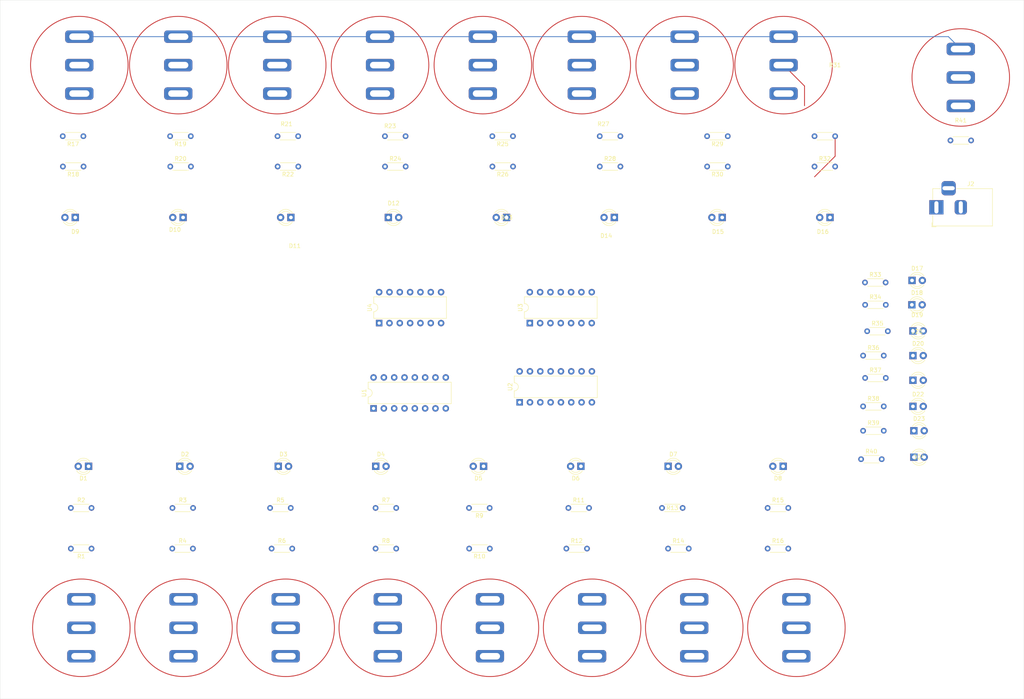
<source format=kicad_pcb>
(kicad_pcb (version 20241229) (generator "pcbnew") (generator_version "9.0")
  (layers (0 "F.Cu" signal) (2 "B.Cu" signal) (13 "F.Paste" user) (15 "B.Paste" user) (5 "F.SilkS" user "F.Silkscreen") (7 "B.SilkS" user "B.Silkscreen") (1 "F.Mask" user) (3 "B.Mask" user) (25 "Edge.Cuts" user))
  (net 0 "")
  (net 1 "GND")
  (net 2 "Net-(D1-A)")
  (net 3 "Net-(D2-A)")
  (net 4 "Net-(D3-A)")
  (net 5 "Net-(D4-A)")
  (net 6 "Net-(D5-A)")
  (net 7 "Net-(D6-A)")
  (net 8 "Net-(D7-A)")
  (net 9 "Net-(D8-A)")
  (net 10 "Net-(D9-A)")
  (net 11 "Net-(D10-A)")
  (net 12 "Net-(D11-A)")
  (net 13 "Net-(D12-A)")
  (net 14 "Net-(D13-A)")
  (net 15 "Net-(D14-A)")
  (net 16 "Net-(D15-A)")
  (net 17 "Net-(D16-A)")
  (net 18 "Net-(D17-A)")
  (net 19 "Net-(D18-A)")
  (net 20 "Net-(D19-A)")
  (net 21 "Net-(D20-A)")
  (net 22 "Net-(D21-A)")
  (net 23 "Net-(D22-A)")
  (net 24 "Net-(D23-A)")
  (net 25 "Net-(D24-A)")
  (net 26 "VCC")
  (net 27 "/A0")
  (net 28 "/A1")
  (net 29 "/A2")
  (net 30 "/A3")
  (net 31 "/A4")
  (net 32 "/A5")
  (net 33 "/A6")
  (net 34 "/A7")
  (net 35 "/B0")
  (net 36 "/B1")
  (net 37 "/B2")
  (net 38 "/B3")
  (net 39 "/B4")
  (net 40 "/B5")
  (net 41 "/B6")
  (net 42 "/B7")
  (net 43 "/S0")
  (net 44 "/S1")
  (net 45 "/S2")
  (net 46 "/S3")
  (net 47 "/S4")
  (net 48 "/S5")
  (net 49 "/S6")
  (net 50 "/S7")
  (net 51 "/SUB")
  (net 52 "Net-(U1A-C4)")
  (net 53 "Net-(U1A-B4)")
  (net 54 "Net-(U1A-B1)")
  (net 55 "Net-(U1A-B2)")
  (net 56 "Net-(U1A-B3)")
  (net 57 "Net-(U2A-B3)")
  (net 59 "Net-(U2A-B4)")
  (net 60 "Net-(U2A-B2)")
  (net 61 "Net-(U2A-B1)")
  (footprint "Resistor_THT:R_Axial_DIN0204_L3.6mm_D1.6mm_P5.08mm_Horizontal" (layer "F.Cu") (at 107.92 150)
    (property "Reference" "R8" (at 2.54 -1.92 0) (layer "F.SilkS"))
    (property "Value" "1K")
    (pad "1" thru_hole circle (at 0 0) (size 1.4 1.4) (drill 0.7) (layers "*.Cu" "*.Mask") (net 30 "/A3"))
    (pad "2" thru_hole oval (at 5.08 0) (size 1.4 1.4) (drill 0.7) (layers "*.Cu" "*.Mask") (net 5 "Net-(D4-A)"))
  )
  (footprint "LED_THT:LED_D3.0mm" (layer "F.Cu") (at 193.235714 68.5 180)
    (property "Reference" "D15" (at 1.04 -3.5 0) (layer "F.SilkS"))
    (property "Value" "LED")
    (pad "1" thru_hole rect (at 0 0 180) (size 1.8 1.8) (drill 0.9) (layers "*.Cu" "*.Mask") (net 1 "GND"))
    (pad "2" thru_hole circle (at 2.54 0 180) (size 1.8 1.8) (drill 0.9) (layers "*.Cu" "*.Mask") (net 16 "Net-(D15-A)"))
  )
  (footprint "Resistor_THT:R_Axial_DIN0204_L3.6mm_D1.6mm_P5.08mm_Horizontal" (layer "F.Cu") (at 88.897143 55.96 180)
    (property "Reference" "R22" (at 2.54 -1.92 0) (layer "F.SilkS"))
    (property "Value" "1K")
    (pad "1" thru_hole circle (at 0 0 180) (size 1.4 1.4) (drill 0.7) (layers "*.Cu" "*.Mask") (net 37 "/B2"))
    (pad "2" thru_hole oval (at 5.08 0 180) (size 1.4 1.4) (drill 0.7) (layers "*.Cu" "*.Mask") (net 12 "Net-(D11-A)"))
  )
  (footprint "Library:switch1" (layer "F.Cu") (at 109.019048 31)
    (property "Reference" "SW12" (hide yes))
    (property "Value" "SW_SPDT" (hide yes))
    (fp_circle (center 0 0) (end 12 0) (stroke (width 0.2)) (fill no) (layer "F.Cu"))
    (pad "1" thru_hole roundrect (at 0 -7) (size 6.95 3.06) (drill oval 4.95 1.6) (layers "*.Cu" "*.Mask") (net 1 "GND"))
    (pad "2" thru_hole roundrect (at 0 0) (size 6.95 3.06) (drill oval 4.95 1.6) (layers "*.Cu" "*.Mask") (net 38 "/B3"))
    (pad "3" thru_hole roundrect (at 0 7) (size 6.95 3.06) (drill oval 4.95 1.6) (layers "*.Cu" "*.Mask"))
  )
  (footprint "Resistor_THT:R_Axial_DIN0204_L3.6mm_D1.6mm_P5.08mm_Horizontal" (layer "F.Cu") (at 154.88 150)
    (property "Reference" "R12" (at 2.54 -1.92 0) (layer "F.SilkS"))
    (property "Value" "1K")
    (pad "1" thru_hole circle (at 0 0) (size 1.4 1.4) (drill 0.7) (layers "*.Cu" "*.Mask") (net 32 "/A5"))
    (pad "2" thru_hole oval (at 5.08 0) (size 1.4 1.4) (drill 0.7) (layers "*.Cu" "*.Mask") (net 7 "Net-(D6-A)"))
  )
  (footprint "Library:switch1" (layer "F.Cu") (at 35 31)
    (property "Reference" "SW9" (hide yes))
    (property "Value" "SW_SPDT" (hide yes))
    (fp_circle (center 0 0) (end 12 0) (stroke (width 0.2)) (fill no) (layer "F.Cu"))
    (pad "1" thru_hole roundrect (at 0 -7) (size 6.95 3.06) (drill oval 4.95 1.6) (layers "*.Cu" "*.Mask") (net 1 "GND"))
    (pad "2" thru_hole roundrect (at 0 0) (size 6.95 3.06) (drill oval 4.95 1.6) (layers "*.Cu" "*.Mask") (net 35 "/B0"))
    (pad "3" thru_hole roundrect (at 0 7) (size 6.95 3.06) (drill oval 4.95 1.6) (layers "*.Cu" "*.Mask"))
  )
  (footprint "Resistor_THT:R_Axial_DIN0204_L3.6mm_D1.6mm_P5.08mm_Horizontal" (layer "F.Cu") (at 81.96 140)
    (property "Reference" "R5" (at 2.54 -1.92 0) (layer "F.SilkS"))
    (property "Value" "1K")
    (pad "1" thru_hole circle (at 0 0) (size 1.4 1.4) (drill 0.7) (layers "*.Cu" "*.Mask") (net 26 "VCC"))
    (pad "2" thru_hole oval (at 5.08 0) (size 1.4 1.4) (drill 0.7) (layers "*.Cu" "*.Mask") (net 29 "/A2"))
  )
  (footprint "Resistor_THT:R_Axial_DIN0204_L3.6mm_D1.6mm_P5.08mm_Horizontal" (layer "F.Cu") (at 204.42 140)
    (property "Reference" "R15" (at 2.54 -1.92 0) (layer "F.SilkS"))
    (property "Value" "1K")
    (pad "1" thru_hole circle (at 0 0) (size 1.4 1.4) (drill 0.7) (layers "*.Cu" "*.Mask") (net 26 "VCC"))
    (pad "2" thru_hole oval (at 5.08 0) (size 1.4 1.4) (drill 0.7) (layers "*.Cu" "*.Mask") (net 34 "/A7"))
  )
  (footprint "Resistor_THT:R_Axial_DIN0204_L3.6mm_D1.6mm_P5.08mm_Horizontal" (layer "F.Cu") (at 136 140 180)
    (property "Reference" "R9" (at 2.54 -1.92 0) (layer "F.SilkS"))
    (property "Value" "1K")
    (pad "1" thru_hole circle (at 0 0 180) (size 1.4 1.4) (drill 0.7) (layers "*.Cu" "*.Mask") (net 26 "VCC"))
    (pad "2" thru_hole oval (at 5.08 0 180) (size 1.4 1.4) (drill 0.7) (layers "*.Cu" "*.Mask") (net 31 "/A4"))
  )
  (footprint "LED_THT:LED_D3.0mm" (layer "F.Cu") (at 179.92 129.75)
    (property "Reference" "D7" (at 1.27 -2.96 0) (layer "F.SilkS"))
    (property "Value" "LED")
    (pad "1" thru_hole rect (at 0 0) (size 1.8 1.8) (drill 0.9) (layers "*.Cu" "*.Mask") (net 1 "GND"))
    (pad "2" thru_hole circle (at 2.54 0) (size 1.8 1.8) (drill 0.9) (layers "*.Cu" "*.Mask") (net 8 "Net-(D7-A)"))
  )
  (footprint "Resistor_THT:R_Axial_DIN0204_L3.6mm_D1.6mm_P5.08mm_Horizontal" (layer "F.Cu") (at 82.3275 150)
    (property "Reference" "R6" (at 2.54 -1.92 0) (layer "F.SilkS"))
    (property "Value" "1K")
    (pad "1" thru_hole circle (at 0 0) (size 1.4 1.4) (drill 0.7) (layers "*.Cu" "*.Mask") (net 29 "/A2"))
    (pad "2" thru_hole oval (at 5.08 0) (size 1.4 1.4) (drill 0.7) (layers "*.Cu" "*.Mask") (net 4 "Net-(D3-A)"))
  )
  (footprint "LED_THT:LED_D3.0mm" (layer "F.Cu") (at 166.696429 68.5 180)
    (property "Reference" "D14" (at 2 -4.5 0) (layer "F.SilkS"))
    (property "Value" "LED")
    (pad "1" thru_hole rect (at 0 0 180) (size 1.8 1.8) (drill 0.9) (layers "*.Cu" "*.Mask") (net 1 "GND"))
    (pad "2" thru_hole circle (at 2.54 0 180) (size 1.8 1.8) (drill 0.9) (layers "*.Cu" "*.Mask") (net 15 "Net-(D14-A)"))
  )
  (footprint "LED_THT:LED_D3.0mm" (layer "F.Cu") (at 87.078571 68.5 180)
    (property "Reference" "D11" (at -0.96 -7 0) (layer "F.SilkS"))
    (property "Value" "LED")
    (pad "1" thru_hole rect (at 0 0 180) (size 1.8 1.8) (drill 0.9) (layers "*.Cu" "*.Mask") (net 1 "GND"))
    (pad "2" thru_hole circle (at 2.54 0 180) (size 1.8 1.8) (drill 0.9) (layers "*.Cu" "*.Mask") (net 12 "Net-(D11-A)"))
  )
  (footprint "LED_THT:LED_D3.0mm" (layer "F.Cu") (at 240.42 127.5)
    (property "Reference" "D24" (at 1.275 0 0) (layer "F.SilkS"))
    (property "Value" "LED")
    (pad "1" thru_hole rect (at 0 0) (size 1.8 1.8) (drill 0.9) (layers "*.Cu" "*.Mask") (net 1 "GND"))
    (pad "2" thru_hole circle (at 2.54 0) (size 1.8 1.8) (drill 0.9) (layers "*.Cu" "*.Mask") (net 25 "Net-(D24-A)"))
  )
  (footprint "Library:switch1" (layer "F.Cu") (at 161.214286 169.5)
    (property "Reference" "SW3" (hide yes))
    (property "Value" "SW_SPDT" (hide yes))
    (fp_circle (center 0 0) (end 12 0) (stroke (width 0.2)) (fill no) (layer "F.Cu"))
    (pad "1" thru_hole roundrect (at 0 -7) (size 6.95 3.06) (drill oval 4.95 1.6) (layers "*.Cu" "*.Mask") (net 1 "GND"))
    (pad "2" thru_hole roundrect (at 0 0) (size 6.95 3.06) (drill oval 4.95 1.6) (layers "*.Cu" "*.Mask") (net 32 "/A5"))
    (pad "3" thru_hole roundrect (at 0 7) (size 6.95 3.06) (drill oval 4.95 1.6) (layers "*.Cu" "*.Mask"))
  )
  (footprint "LED_THT:LED_D3.0mm" (layer "F.Cu") (at 239.96 84)
    (property "Reference" "D17" (at 1.27 -2.96 0) (layer "F.SilkS"))
    (property "Value" "LED")
    (pad "1" thru_hole rect (at 0 0) (size 1.8 1.8) (drill 0.9) (layers "*.Cu" "*.Mask") (net 1 "GND"))
    (pad "2" thru_hole circle (at 2.54 0) (size 1.8 1.8) (drill 0.9) (layers "*.Cu" "*.Mask") (net 18 "Net-(D17-A)"))
  )
  (footprint "Connector_BarrelJack:BarrelJack_Horizontal" (layer "F.Cu") (at 245.96 66 180)
    (property "Reference" "J2" (at -8.45 5.75 0) (layer "F.SilkS"))
    (property "Value" "Barrel_Jack")
    (pad "1" thru_hole rect (at 0 0 180) (size 3.5 3.5) (drill oval 1 3) (layers "*.Cu" "*.Mask") (net 26 "VCC"))
    (pad "2" thru_hole roundrect (at -6 0 180) (size 3 3.5) (drill oval 1 3) (layers "*.Cu" "*.Mask") (net 1 "GND"))
    (pad "3" thru_hole roundrect (at -3 4.7 180) (size 3.5 3.5) (drill oval 3 1) (layers "*.Cu" "*.Mask"))
  )
  (footprint "Resistor_THT:R_Axial_DIN0204_L3.6mm_D1.6mm_P5.08mm_Horizontal" (layer "F.Cu") (at 227.92 102.5)
    (property "Reference" "R36" (at 2.54 -1.92 0) (layer "F.SilkS"))
    (property "Value" "1K")
    (pad "1" thru_hole circle (at 0 0) (size 1.4 1.4) (drill 0.7) (layers "*.Cu" "*.Mask") (net 46 "/S3"))
    (pad "2" thru_hole oval (at 5.08 0) (size 1.4 1.4) (drill 0.7) (layers "*.Cu" "*.Mask") (net 21 "Net-(D20-A)"))
  )
  (footprint "Resistor_THT:R_Axial_DIN0204_L3.6mm_D1.6mm_P5.08mm_Horizontal" (layer "F.Cu") (at 204.42 150)
    (property "Reference" "R16" (at 2.54 -1.92 0) (layer "F.SilkS"))
    (property "Value" "1K")
    (pad "1" thru_hole circle (at 0 0) (size 1.4 1.4) (drill 0.7) (layers "*.Cu" "*.Mask") (net 34 "/A7"))
    (pad "2" thru_hole oval (at 5.08 0) (size 1.4 1.4) (drill 0.7) (layers "*.Cu" "*.Mask") (net 9 "Net-(D8-A)"))
  )
  (footprint "Resistor_THT:R_Axial_DIN0204_L3.6mm_D1.6mm_P5.08mm_Horizontal" (layer "F.Cu") (at 57.388571 55.96)
    (property "Reference" "R20" (at 2.54 -1.92 0) (layer "F.SilkS"))
    (property "Value" "1K")
    (pad "1" thru_hole circle (at 0 0) (size 1.4 1.4) (drill 0.7) (layers "*.Cu" "*.Mask") (net 36 "/B1"))
    (pad "2" thru_hole oval (at 5.08 0) (size 1.4 1.4) (drill 0.7) (layers "*.Cu" "*.Mask") (net 11 "Net-(D10-A)"))
  )
  (footprint "Library:switch1" (layer "F.Cu") (at 158.68254 31)
    (property "Reference" "SW14" (hide yes))
    (property "Value" "SW_SPDT" (hide yes))
    (fp_circle (center 0 0) (end 12 0) (stroke (width 0.2)) (fill no) (layer "F.Cu"))
    (pad "1" thru_hole roundrect (at 0 -7) (size 6.95 3.06) (drill oval 4.95 1.6) (layers "*.Cu" "*.Mask") (net 1 "GND"))
    (pad "2" thru_hole roundrect (at 0 0) (size 6.95 3.06) (drill oval 4.95 1.6) (layers "*.Cu" "*.Mask") (net 40 "/B5"))
    (pad "3" thru_hole roundrect (at 0 7) (size 6.95 3.06) (drill oval 4.95 1.6) (layers "*.Cu" "*.Mask"))
  )
  (footprint "Resistor_THT:R_Axial_DIN0204_L3.6mm_D1.6mm_P5.08mm_Horizontal" (layer "F.Cu") (at 228.42 108)
    (property "Reference" "R37" (at 2.54 -1.92 0) (layer "F.SilkS"))
    (property "Value" "1K")
    (pad "1" thru_hole circle (at 0 0) (size 1.4 1.4) (drill 0.7) (layers "*.Cu" "*.Mask") (net 47 "/S4"))
    (pad "2" thru_hole oval (at 5.08 0) (size 1.4 1.4) (drill 0.7) (layers "*.Cu" "*.Mask") (net 22 "Net-(D21-A)"))
  )
  (footprint "Resistor_THT:R_Axial_DIN0204_L3.6mm_D1.6mm_P5.08mm_Horizontal" (layer "F.Cu") (at 179.92 150)
    (property "Reference" "R14" (at 2.54 -1.92 0) (layer "F.SilkS"))
    (property "Value" "1K")
    (pad "1" thru_hole circle (at 0 0) (size 1.4 1.4) (drill 0.7) (layers "*.Cu" "*.Mask") (net 33 "/A6"))
    (pad "2" thru_hole oval (at 5.08 0) (size 1.4 1.4) (drill 0.7) (layers "*.Cu" "*.Mask") (net 8 "Net-(D7-A)"))
  )
  (footprint "Package_DIP:DIP-14_W7.62mm" (layer "F.Cu") (at 108.8 94.5 90)
    (property "Reference" "U4" (at 3.81 -2.33 90) (layer "F.SilkS"))
    (property "Value" "~")
    (pad "1" thru_hole rect (at 0 0 90) (size 1.6 1.6) (drill 0.8) (layers "*.Cu" "*.Mask") (net 38 "/B3"))
    (pad "2" thru_hole oval (at 0 2.54 90) (size 1.6 1.6) (drill 0.8) (layers "*.Cu" "*.Mask") (net 51 "/SUB"))
    (pad "3" thru_hole oval (at 0 5.08 90) (size 1.6 1.6) (drill 0.8) (layers "*.Cu" "*.Mask") (net 53 "Net-(U1A-B4)"))
    (pad "4" thru_hole oval (at 0 7.62 90) (size 1.6 1.6) (drill 0.8) (layers "*.Cu" "*.Mask") (net 37 "/B2"))
    (pad "5" thru_hole oval (at 0 10.16 90) (size 1.6 1.6) (drill 0.8) (layers "*.Cu" "*.Mask") (net 51 "/SUB"))
    (pad "6" thru_hole oval (at 0 12.7 90) (size 1.6 1.6) (drill 0.8) (layers "*.Cu" "*.Mask") (net 56 "Net-(U1A-B3)"))
    (pad "7" thru_hole oval (at 0 15.24 90) (size 1.6 1.6) (drill 0.8) (layers "*.Cu" "*.Mask") (net 1 "GND"))
    (pad "8" thru_hole oval (at 7.62 15.24 90) (size 1.6 1.6) (drill 0.8) (layers "*.Cu" "*.Mask") (net 55 "Net-(U1A-B2)"))
    (pad "9" thru_hole oval (at 7.62 12.7 90) (size 1.6 1.6) (drill 0.8) (layers "*.Cu" "*.Mask") (net 36 "/B1"))
    (pad "10" thru_hole oval (at 7.62 10.16 90) (size 1.6 1.6) (drill 0.8) (layers "*.Cu" "*.Mask") (net 51 "/SUB"))
    (pad "11" thru_hole oval (at 7.62 7.62 90) (size 1.6 1.6) (drill 0.8) (layers "*.Cu" "*.Mask") (net 54 "Net-(U1A-B1)"))
    (pad "12" thru_hole oval (at 7.62 5.08 90) (size 1.6 1.6) (drill 0.8) (layers "*.Cu" "*.Mask") (net 35 "/B0"))
    (pad "13" thru_hole oval (at 7.62 2.54 90) (size 1.6 1.6) (drill 0.8) (layers "*.Cu" "*.Mask") (net 51 "/SUB"))
    (pad "14" thru_hole oval (at 7.62 0 90) (size 1.6 1.6) (drill 0.8) (layers "*.Cu" "*.Mask") (net 26 "VCC"))
  )
  (footprint "Resistor_THT:R_Axial_DIN0204_L3.6mm_D1.6mm_P5.08mm_Horizontal" (layer "F.Cu") (at 36 48.5 180)
    (property "Reference" "R17" (at 2.54 -1.92 0) (layer "F.SilkS"))
    (property "Value" "1K")
    (pad "1" thru_hole circle (at 0 0 180) (size 1.4 1.4) (drill 0.7) (layers "*.Cu" "*.Mask") (net 26 "VCC"))
    (pad "2" thru_hole oval (at 5.08 0 180) (size 1.4 1.4) (drill 0.7) (layers "*.Cu" "*.Mask") (net 35 "/B0"))
  )
  (footprint "Resistor_THT:R_Axial_DIN0204_L3.6mm_D1.6mm_P5.08mm_Horizontal" (layer "F.Cu") (at 228.38 84.5)
    (property "Reference" "R33" (at 2.54 -1.92 0) (layer "F.SilkS"))
    (property "Value" "1K")
    (pad "1" thru_hole circle (at 0 0) (size 1.4 1.4) (drill 0.7) (layers "*.Cu" "*.Mask") (net 43 "/S0"))
    (pad "2" thru_hole oval (at 5.08 0) (size 1.4 1.4) (drill 0.7) (layers "*.Cu" "*.Mask") (net 18 "Net-(D17-A)"))
  )
  (footprint "Resistor_THT:R_Axial_DIN0204_L3.6mm_D1.6mm_P5.08mm_Horizontal" (layer "F.Cu") (at 155.38 140)
    (property "Reference" "R11" (at 2.54 -1.92 0) (layer "F.SilkS"))
    (property "Value" "1K")
    (pad "1" thru_hole circle (at 0 0) (size 1.4 1.4) (drill 0.7) (layers "*.Cu" "*.Mask") (net 26 "VCC"))
    (pad "2" thru_hole oval (at 5.08 0) (size 1.4 1.4) (drill 0.7) (layers "*.Cu" "*.Mask") (net 32 "/A5"))
  )
  (footprint "Resistor_THT:R_Axial_DIN0204_L3.6mm_D1.6mm_P5.08mm_Horizontal" (layer "F.Cu") (at 227.92 115)
    (property "Reference" "R38" (at 2.54 -1.92 0) (layer "F.SilkS"))
    (property "Value" "1K")
    (pad "1" thru_hole circle (at 0 0) (size 1.4 1.4) (drill 0.7) (layers "*.Cu" "*.Mask") (net 48 "/S5"))
    (pad "2" thru_hole oval (at 5.08 0) (size 1.4 1.4) (drill 0.7) (layers "*.Cu" "*.Mask") (net 23 "Net-(D22-A)"))
  )
  (footprint "Resistor_THT:R_Axial_DIN0204_L3.6mm_D1.6mm_P5.08mm_Horizontal" (layer "F.Cu") (at 194.611429 55.96 180)
    (property "Reference" "R30" (at 2.54 -1.92 0) (layer "F.SilkS"))
    (property "Value" "1K")
    (pad "1" thru_hole circle (at 0 0 180) (size 1.4 1.4) (drill 0.7) (layers "*.Cu" "*.Mask") (net 41 "/B6"))
    (pad "2" thru_hole oval (at 5.08 0 180) (size 1.4 1.4) (drill 0.7) (layers "*.Cu" "*.Mask") (net 16 "Net-(D15-A)"))
  )
  (footprint "Library:switch1" (layer "F.Cu") (at 208.346032 31)
    (property "Reference" "SW16" (hide yes))
    (property "Value" "SW_SPDT" (hide yes))
    (fp_circle (center 0 0) (end 12 0) (stroke (width 0.2)) (fill no) (layer "F.Cu"))
    (pad "1" thru_hole roundrect (at 0 -7) (size 6.95 3.06) (drill oval 4.95 1.6) (layers "*.Cu" "*.Mask") (net 1 "GND"))
    (pad "2" thru_hole roundrect (at 0 0) (size 6.95 3.06) (drill oval 4.95 1.6) (layers "*.Cu" "*.Mask") (net 42 "/B7"))
    (pad "3" thru_hole roundrect (at 0 7) (size 6.95 3.06) (drill oval 4.95 1.6) (layers "*.Cu" "*.Mask"))
  )
  (footprint "LED_THT:LED_D3.0mm" (layer "F.Cu") (at 158.46 129.75 180)
    (property "Reference" "D6" (at 1.27 -2.96 0) (layer "F.SilkS"))
    (property "Value" "LED")
    (pad "1" thru_hole rect (at 0 0 180) (size 1.8 1.8) (drill 0.9) (layers "*.Cu" "*.Mask") (net 1 "GND"))
    (pad "2" thru_hole circle (at 2.54 0 180) (size 1.8 1.8) (drill 0.9) (layers "*.Cu" "*.Mask") (net 7 "Net-(D6-A)"))
  )
  (footprint "Package_DIP:DIP-16_W7.62mm" (layer "F.Cu") (at 107.42 115.5 90)
    (property "Reference" "U1" (at 3.81 -2.33 90) (layer "F.SilkS"))
    (property "Value" "~")
    (pad "1" thru_hole rect (at 0 0 90) (size 1.6 1.6) (drill 0.8) (layers "*.Cu" "*.Mask") (net 30 "/A3"))
    (pad "2" thru_hole oval (at 0 2.54 90) (size 1.6 1.6) (drill 0.8) (layers "*.Cu" "*.Mask") (net 45 "/S2"))
    (pad "3" thru_hole oval (at 0 5.08 90) (size 1.6 1.6) (drill 0.8) (layers "*.Cu" "*.Mask") (net 29 "/A2"))
    (pad "4" thru_hole oval (at 0 7.62 90) (size 1.6 1.6) (drill 0.8) (layers "*.Cu" "*.Mask") (net 56 "Net-(U1A-B3)"))
    (pad "5" thru_hole oval (at 0 10.16 90) (size 1.6 1.6) (drill 0.8) (layers "*.Cu" "*.Mask") (net 26 "VCC"))
    (pad "6" thru_hole oval (at 0 12.7 90) (size 1.6 1.6) (drill 0.8) (layers "*.Cu" "*.Mask") (net 44 "/S1"))
    (pad "7" thru_hole oval (at 0 15.24 90) (size 1.6 1.6) (drill 0.8) (layers "*.Cu" "*.Mask") (net 55 "Net-(U1A-B2)"))
    (pad "8" thru_hole oval (at 0 17.78 90) (size 1.6 1.6) (drill 0.8) (layers "*.Cu" "*.Mask") (net 28 "/A1"))
    (pad "9" thru_hole oval (at 7.62 17.78 90) (size 1.6 1.6) (drill 0.8) (layers "*.Cu" "*.Mask") (net 43 "/S0"))
    (pad "10" thru_hole oval (at 7.62 15.24 90) (size 1.6 1.6) (drill 0.8) (layers "*.Cu" "*.Mask") (net 27 "/A0"))
    (pad "11" thru_hole oval (at 7.62 12.7 90) (size 1.6 1.6) (drill 0.8) (layers "*.Cu" "*.Mask") (net 54 "Net-(U1A-B1)"))
    (pad "12" thru_hole oval (at 7.62 10.16 90) (size 1.6 1.6) (drill 0.8) (layers "*.Cu" "*.Mask") (net 1 "GND"))
    (pad "13" thru_hole oval (at 7.62 7.62 90) (size 1.6 1.6) (drill 0.8) (layers "*.Cu" "*.Mask") (net 51 "/SUB"))
    (pad "14" thru_hole oval (at 7.62 5.08 90) (size 1.6 1.6) (drill 0.8) (layers "*.Cu" "*.Mask") (net 52 "Net-(U1A-C4)"))
    (pad "15" thru_hole oval (at 7.62 2.54 90) (size 1.6 1.6) (drill 0.8) (layers "*.Cu" "*.Mask") (net 46 "/S3"))
    (pad "16" thru_hole oval (at 7.62 0 90) (size 1.6 1.6) (drill 0.8) (layers "*.Cu" "*.Mask") (net 53 "Net-(U1A-B4)"))
  )
  (footprint "LED_THT:LED_D3.0mm" (layer "F.Cu") (at 240.185 102.5)
    (property "Reference" "D20" (at 1.27 -2.96 0) (layer "F.SilkS"))
    (property "Value" "LED")
    (pad "1" thru_hole rect (at 0 0) (size 1.8 1.8) (drill 0.9) (layers "*.Cu" "*.Mask") (net 1 "GND"))
    (pad "2" thru_hole circle (at 2.54 0) (size 1.8 1.8) (drill 0.9) (layers "*.Cu" "*.Mask") (net 21 "Net-(D20-A)"))
  )
  (footprint "Resistor_THT:R_Axial_DIN0204_L3.6mm_D1.6mm_P5.08mm_Horizontal" (layer "F.Cu") (at 110.222857 48.5)
    (property "Reference" "R23" (at 1.277143 -2.5 0) (layer "F.SilkS"))
    (property "Value" "1K")
    (pad "1" thru_hole circle (at 0 0) (size 1.4 1.4) (drill 0.7) (layers "*.Cu" "*.Mask") (net 26 "VCC"))
    (pad "2" thru_hole oval (at 5.08 0) (size 1.4 1.4) (drill 0.7) (layers "*.Cu" "*.Mask") (net 38 "/B3"))
  )
  (footprint "LED_THT:LED_D3.0mm" (layer "F.Cu") (at 60.539286 68.5 180)
    (property "Reference" "D10" (at 2 -3 0) (layer "F.SilkS"))
    (property "Value" "LED")
    (pad "1" thru_hole rect (at 0 0 180) (size 1.8 1.8) (drill 0.9) (layers "*.Cu" "*.Mask") (net 1 "GND"))
    (pad "2" thru_hole circle (at 2.54 0 180) (size 1.8 1.8) (drill 0.9) (layers "*.Cu" "*.Mask") (net 11 "Net-(D10-A)"))
  )
  (footprint "Resistor_THT:R_Axial_DIN0204_L3.6mm_D1.6mm_P5.08mm_Horizontal" (layer "F.Cu") (at 227.92 121)
    (property "Reference" "R39" (at 2.54 -1.92 0) (layer "F.SilkS"))
    (property "Value" "1K")
    (pad "1" thru_hole circle (at 0 0) (size 1.4 1.4) (drill 0.7) (layers "*.Cu" "*.Mask") (net 49 "/S6"))
    (pad "2" thru_hole oval (at 5.08 0) (size 1.4 1.4) (drill 0.7) (layers "*.Cu" "*.Mask") (net 24 "Net-(D23-A)"))
  )
  (footprint "LED_THT:LED_D3.0mm" (layer "F.Cu") (at 240.42 121)
    (property "Reference" "D23" (at 1.27 -2.96 0) (layer "F.SilkS"))
    (property "Value" "LED")
    (pad "1" thru_hole rect (at 0 0) (size 1.8 1.8) (drill 0.9) (layers "*.Cu" "*.Mask") (net 1 "GND"))
    (pad "2" thru_hole circle (at 2.54 0) (size 1.8 1.8) (drill 0.9) (layers "*.Cu" "*.Mask") (net 24 "Net-(D23-A)"))
  )
  (footprint "Package_DIP:DIP-16_W7.62mm" (layer "F.Cu") (at 143.38 114 90)
    (property "Reference" "U2" (at 3.81 -2.33 90) (layer "F.SilkS"))
    (property "Value" "~")
    (pad "1" thru_hole rect (at 0 0 90) (size 1.6 1.6) (drill 0.8) (layers "*.Cu" "*.Mask") (net 34 "/A7"))
    (pad "2" thru_hole oval (at 0 2.54 90) (size 1.6 1.6) (drill 0.8) (layers "*.Cu" "*.Mask") (net 49 "/S6"))
    (pad "3" thru_hole oval (at 0 5.08 90) (size 1.6 1.6) (drill 0.8) (layers "*.Cu" "*.Mask") (net 33 "/A6"))
    (pad "4" thru_hole oval (at 0 7.62 90) (size 1.6 1.6) (drill 0.8) (layers "*.Cu" "*.Mask") (net 57 "Net-(U2A-B3)"))
    (pad "5" thru_hole oval (at 0 10.16 90) (size 1.6 1.6) (drill 0.8) (layers "*.Cu" "*.Mask") (net 26 "VCC"))
    (pad "6" thru_hole oval (at 0 12.7 90) (size 1.6 1.6) (drill 0.8) (layers "*.Cu" "*.Mask") (net 48 "/S5"))
    (pad "7" thru_hole oval (at 0 15.24 90) (size 1.6 1.6) (drill 0.8) (layers "*.Cu" "*.Mask") (net 60 "Net-(U2A-B2)"))
    (pad "8" thru_hole oval (at 0 17.78 90) (size 1.6 1.6) (drill 0.8) (layers "*.Cu" "*.Mask") (net 32 "/A5"))
    (pad "9" thru_hole oval (at 7.62 17.78 90) (size 1.6 1.6) (drill 0.8) (layers "*.Cu" "*.Mask") (net 47 "/S4"))
    (pad "10" thru_hole oval (at 7.62 15.24 90) (size 1.6 1.6) (drill 0.8) (layers "*.Cu" "*.Mask") (net 31 "/A4"))
    (pad "11" thru_hole oval (at 7.62 12.7 90) (size 1.6 1.6) (drill 0.8) (layers "*.Cu" "*.Mask") (net 61 "Net-(U2A-B1)"))
    (pad "12" thru_hole oval (at 7.62 10.16 90) (size 1.6 1.6) (drill 0.8) (layers "*.Cu" "*.Mask") (net 1 "GND"))
    (pad "13" thru_hole oval (at 7.62 7.62 90) (size 1.6 1.6) (drill 0.8) (layers "*.Cu" "*.Mask") (net 52 "Net-(U1A-C4)"))
    (pad "14" thru_hole oval (at 7.62 5.08 90) (size 1.6 1.6) (drill 0.8) (layers "*.Cu" "*.Mask"))
    (pad "15" thru_hole oval (at 7.62 2.54 90) (size 1.6 1.6) (drill 0.8) (layers "*.Cu" "*.Mask") (net 50 "/S7"))
    (pad "16" thru_hole oval (at 7.62 0 90) (size 1.6 1.6) (drill 0.8) (layers "*.Cu" "*.Mask") (net 59 "Net-(U2A-B4)"))
  )
  (footprint "Resistor_THT:R_Axial_DIN0204_L3.6mm_D1.6mm_P5.08mm_Horizontal" (layer "F.Cu") (at 32.92 140)
    (property "Reference" "R2" (at 2.54 -1.92 0) (layer "F.SilkS"))
    (property "Value" "1K")
    (pad "1" thru_hole circle (at 0 0) (size 1.4 1.4) (drill 0.7) (layers "*.Cu" "*.Mask") (net 26 "VCC"))
    (pad "2" thru_hole oval (at 5.08 0) (size 1.4 1.4) (drill 0.7) (layers "*.Cu" "*.Mask") (net 27 "/A0"))
  )
  (footprint "LED_THT:LED_D3.0mm" (layer "F.Cu") (at 83.96 129.75)
    (property "Reference" "D3" (at 1.27 -2.96 0) (layer "F.SilkS"))
    (property "Value" "LED")
    (pad "1" thru_hole rect (at 0 0) (size 1.8 1.8) (drill 0.9) (layers "*.Cu" "*.Mask") (net 1 "GND"))
    (pad "2" thru_hole circle (at 2.54 0) (size 1.8 1.8) (drill 0.9) (layers "*.Cu" "*.Mask") (net 4 "Net-(D3-A)"))
  )
  (footprint "LED_THT:LED_D3.0mm" (layer "F.Cu") (at 59.725 129.75)
    (property "Reference" "D2" (at 1.27 -2.96 0) (layer "F.SilkS"))
    (property "Value" "LED")
    (pad "1" thru_hole rect (at 0 0) (size 1.8 1.8) (drill 0.9) (layers "*.Cu" "*.Mask") (net 1 "GND"))
    (pad "2" thru_hole circle (at 2.54 0) (size 1.8 1.8) (drill 0.9) (layers "*.Cu" "*.Mask") (net 3 "Net-(D2-A)"))
  )
  (footprint "LED_THT:LED_D3.0mm" (layer "F.Cu") (at 240.185 108.571432)
    (property "Reference" "D21" (at 1.005 -12.01 0) (layer "F.SilkS"))
    (property "Value" "LED")
    (pad "1" thru_hole rect (at 0 0) (size 1.8 1.8) (drill 0.9) (layers "*.Cu" "*.Mask") (net 1 "GND"))
    (pad "2" thru_hole circle (at 2.54 0) (size 1.8 1.8) (drill 0.9) (layers "*.Cu" "*.Mask") (net 22 "Net-(D21-A)"))
  )
  (footprint "Library:switch1" (layer "F.Cu") (at 136.071429 169.5)
    (property "Reference" "SW7" (hide yes))
    (property "Value" "SW_SPDT" (hide yes))
    (fp_circle (center 0 0) (end 12 0) (stroke (width 0.2)) (fill no) (layer "F.Cu"))
    (pad "1" thru_hole roundrect (at 0 -7) (size 6.95 3.06) (drill oval 4.95 1.6) (layers "*.Cu" "*.Mask") (net 1 "GND"))
    (pad "2" thru_hole roundrect (at 0 0) (size 6.95 3.06) (drill oval 4.95 1.6) (layers "*.Cu" "*.Mask") (net 31 "/A4"))
    (pad "3" thru_hole roundrect (at 0 7) (size 6.95 3.06) (drill oval 4.95 1.6) (layers "*.Cu" "*.Mask"))
  )
  (footprint "Library:switch1" (layer "F.Cu") (at 60.642857 169.5)
    (property "Reference" "SW1" (hide yes))
    (property "Value" "SW_SPDT" (hide yes))
    (fp_circle (center 0 0) (end 12 0) (stroke (width 0.2)) (fill no) (layer "F.Cu"))
    (pad "1" thru_hole roundrect (at 0 -7) (size 6.95 3.06) (drill oval 4.95 1.6) (layers "*.Cu" "*.Mask") (net 1 "GND"))
    (pad "2" thru_hole roundrect (at 0 0) (size 6.95 3.06) (drill oval 4.95 1.6) (layers "*.Cu" "*.Mask") (net 28 "/A1"))
    (pad "3" thru_hole roundrect (at 0 7) (size 6.95 3.06) (drill oval 4.95 1.6) (layers "*.Cu" "*.Mask"))
  )
  (footprint "LED_THT:LED_D3.0mm" (layer "F.Cu") (at 240.185 96.428572)
    (property "Reference" "D19" (at 1.04 -3.928572 0) (layer "F.SilkS"))
    (property "Value" "LED")
    (pad "1" thru_hole rect (at 0 0) (size 1.8 1.8) (drill 0.9) (layers "*.Cu" "*.Mask") (net 1 "GND"))
    (pad "2" thru_hole circle (at 2.54 0) (size 1.8 1.8) (drill 0.9) (layers "*.Cu" "*.Mask") (net 20 "Net-(D19-A)"))
  )
  (footprint "LED_THT:LED_D3.0mm" (layer "F.Cu") (at 219.775 68.5 180)
    (property "Reference" "D16" (at 1.775 -3.5 0) (layer "F.SilkS"))
    (property "Value" "LED")
    (pad "1" thru_hole rect (at 0 0 180) (size 1.8 1.8) (drill 0.9) (layers "*.Cu" "*.Mask") (net 1 "GND"))
    (pad "2" thru_hole circle (at 2.54 0 180) (size 1.8 1.8) (drill 0.9) (layers "*.Cu" "*.Mask") (net 17 "Net-(D16-A)"))
  )
  (footprint "Library:switch1" (layer "F.Cu") (at 186.357143 169.5)
    (property "Reference" "SW8" (hide yes))
    (property "Value" "SW_SPDT" (hide yes))
    (fp_circle (center 0 0) (end 12 0) (stroke (width 0.2)) (fill no) (layer "F.Cu"))
    (pad "1" thru_hole roundrect (at 0 -7) (size 6.95 3.06) (drill oval 4.95 1.6) (layers "*.Cu" "*.Mask") (net 1 "GND"))
    (pad "2" thru_hole roundrect (at 0 0) (size 6.95 3.06) (drill oval 4.95 1.6) (layers "*.Cu" "*.Mask") (net 33 "/A6"))
    (pad "3" thru_hole roundrect (at 0 7) (size 6.95 3.06) (drill oval 4.95 1.6) (layers "*.Cu" "*.Mask"))
  )
  (footprint "Resistor_THT:R_Axial_DIN0204_L3.6mm_D1.6mm_P5.08mm_Horizontal" (layer "F.Cu") (at 141.754286 55.96 180)
    (property "Reference" "R26" (at 2.54 -1.92 0) (layer "F.SilkS"))
    (property "Value" "1K")
    (pad "1" thru_hole circle (at 0 0 180) (size 1.4 1.4) (drill 0.7) (layers "*.Cu" "*.Mask") (net 39 "/B4"))
    (pad "2" thru_hole oval (at 5.08 0 180) (size 1.4 1.4) (drill 0.7) (layers "*.Cu" "*.Mask") (net 14 "Net-(D13-A)"))
  )
  (footprint "Resistor_THT:R_Axial_DIN0204_L3.6mm_D1.6mm_P5.08mm_Horizontal" (layer "F.Cu") (at 57.92 140)
    (property "Reference" "R3" (at 2.54 -1.92 0) (layer "F.SilkS"))
    (property "Value" "1K")
    (pad "1" thru_hole circle (at 0 0) (size 1.4 1.4) (drill 0.7) (layers "*.Cu" "*.Mask") (net 26 "VCC"))
    (pad "2" thru_hole oval (at 5.08 0) (size 1.4 1.4) (drill 0.7) (layers "*.Cu" "*.Mask") (net 28 "/A1"))
  )
  (footprint "Resistor_THT:R_Axial_DIN0204_L3.6mm_D1.6mm_P5.08mm_Horizontal" (layer "F.Cu") (at 178.42 140)
    (property "Reference" "R13" (at 2.54 0 0) (layer "F.SilkS"))
    (property "Value" "1K")
    (pad "1" thru_hole circle (at 0 0) (size 1.4 1.4) (drill 0.7) (layers "*.Cu" "*.Mask") (net 26 "VCC"))
    (pad "2" thru_hole oval (at 5.08 0) (size 1.4 1.4) (drill 0.7) (layers "*.Cu" "*.Mask") (net 33 "/A6"))
  )
  (footprint "Resistor_THT:R_Axial_DIN0204_L3.6mm_D1.6mm_P5.08mm_Horizontal" (layer "F.Cu") (at 107.92 140)
    (property "Reference" "R7" (at 2.54 -1.92 0) (layer "F.SilkS"))
    (property "Value" "1K")
    (pad "1" thru_hole circle (at 0 0) (size 1.4 1.4) (drill 0.7) (layers "*.Cu" "*.Mask") (net 26 "VCC"))
    (pad "2" thru_hole oval (at 5.08 0) (size 1.4 1.4) (drill 0.7) (layers "*.Cu" "*.Mask") (net 30 "/A3"))
  )
  (footprint "Resistor_THT:R_Axial_DIN0204_L3.6mm_D1.6mm_P5.08mm_Horizontal" (layer "F.Cu") (at 249.42 49.5425)
    (property "Reference" "R41" (at 2.54 -4.92 0) (layer "F.SilkS"))
    (property "Value" "R")
    (pad "1" thru_hole circle (at 0 0) (size 1.4 1.4) (drill 0.7) (layers "*.Cu" "*.Mask") (net 26 "VCC"))
    (pad "2" thru_hole oval (at 5.08 0) (size 1.4 1.4) (drill 0.7) (layers "*.Cu" "*.Mask") (net 51 "/SUB"))
  )
  (footprint "Resistor_THT:R_Axial_DIN0204_L3.6mm_D1.6mm_P5.08mm_Horizontal" (layer "F.Cu") (at 194.605714 48.5 180)
    (property "Reference" "R29" (at 2.54 -1.92 0) (layer "F.SilkS"))
    (property "Value" "1K")
    (pad "1" thru_hole circle (at 0 0 180) (size 1.4 1.4) (drill 0.7) (layers "*.Cu" "*.Mask") (net 26 "VCC"))
    (pad "2" thru_hole oval (at 5.08 0 180) (size 1.4 1.4) (drill 0.7) (layers "*.Cu" "*.Mask") (net 41 "/B6"))
  )
  (footprint "Resistor_THT:R_Axial_DIN0204_L3.6mm_D1.6mm_P5.08mm_Horizontal" (layer "F.Cu") (at 38 150 180)
    (property "Reference" "R1" (at 2.54 -1.92 0) (layer "F.SilkS"))
    (property "Value" "1K")
    (pad "1" thru_hole circle (at 0 0 180) (size 1.4 1.4) (drill 0.7) (layers "*.Cu" "*.Mask") (net 27 "/A0"))
    (pad "2" thru_hole oval (at 5.08 0 180) (size 1.4 1.4) (drill 0.7) (layers "*.Cu" "*.Mask") (net 2 "Net-(D1-A)"))
  )
  (footprint "Resistor_THT:R_Axial_DIN0204_L3.6mm_D1.6mm_P5.08mm_Horizontal" (layer "F.Cu") (at 136.04 150 180)
    (property "Reference" "R10" (at 2.54 -1.92 0) (layer "F.SilkS"))
    (property "Value" "1K")
    (pad "1" thru_hole circle (at 0 0 180) (size 1.4 1.4) (drill 0.7) (layers "*.Cu" "*.Mask") (net 31 "/A4"))
    (pad "2" thru_hole oval (at 5.08 0 180) (size 1.4 1.4) (drill 0.7) (layers "*.Cu" "*.Mask") (net 6 "Net-(D5-A)"))
  )
  (footprint "LED_THT:LED_D3.0mm" (layer "F.Cu") (at 37.275 129.75 180)
    (property "Reference" "D1" (at 1.27 -2.96 0) (layer "F.SilkS"))
    (property "Value" "LED")
    (pad "1" thru_hole rect (at 0 0 180) (size 1.8 1.8) (drill 0.9) (layers "*.Cu" "*.Mask") (net 1 "GND"))
    (pad "2" thru_hole circle (at 2.54 0 180) (size 1.8 1.8) (drill 0.9) (layers "*.Cu" "*.Mask") (net 2 "Net-(D1-A)"))
  )
  (footprint "Resistor_THT:R_Axial_DIN0204_L3.6mm_D1.6mm_P5.08mm_Horizontal" (layer "F.Cu") (at 163.091429 48.5)
    (property "Reference" "R27" (at 0.908571 -3 0) (layer "F.SilkS"))
    (property "Value" "1K")
    (pad "1" thru_hole circle (at 0 0) (size 1.4 1.4) (drill 0.7) (layers "*.Cu" "*.Mask") (net 26 "VCC"))
    (pad "2" thru_hole oval (at 5.08 0) (size 1.4 1.4) (drill 0.7) (layers "*.Cu" "*.Mask") (net 40 "/B5"))
  )
  (footprint "Resistor_THT:R_Axial_DIN0204_L3.6mm_D1.6mm_P5.08mm_Horizontal" (layer "F.Cu") (at 83.788571 48.5)
    (property "Reference" "R21" (at 2.211429 -3 0) (layer "F.SilkS"))
    (property "Value" "1K")
    (pad "1" thru_hole circle (at 0 0) (size 1.4 1.4) (drill 0.7) (layers "*.Cu" "*.Mask") (net 26 "VCC"))
    (pad "2" thru_hole oval (at 5.08 0) (size 1.4 1.4) (drill 0.7) (layers "*.Cu" "*.Mask") (net 37 "/B2"))
  )
  (footprint "Library:switch1" (layer "F.Cu") (at 85.785714 169.5)
    (property "Reference" "SW6" (hide yes))
    (property "Value" "SW_SPDT" (hide yes))
    (fp_circle (center 0 0) (end 12 0) (stroke (width 0.2)) (fill no) (layer "F.Cu"))
    (pad "1" thru_hole roundrect (at 0 -7) (size 6.95 3.06) (drill oval 4.95 1.6) (layers "*.Cu" "*.Mask") (net 1 "GND"))
    (pad "2" thru_hole roundrect (at 0 0) (size 6.95 3.06) (drill oval 4.95 1.6) (layers "*.Cu" "*.Mask") (net 29 "/A2"))
    (pad "3" thru_hole roundrect (at 0 7) (size 6.95 3.06) (drill oval 4.95 1.6) (layers "*.Cu" "*.Mask"))
  )
  (footprint "LED_THT:LED_D3.0mm" (layer "F.Cu") (at 34 68.5 180)
    (property "Reference" "D9" (at 0 -3.5 0) (layer "F.SilkS"))
    (property "Value" "LED")
    (pad "1" thru_hole rect (at 0 0 180) (size 1.8 1.8) (drill 0.9) (layers "*.Cu" "*.Mask") (net 1 "GND"))
    (pad "2" thru_hole circle (at 2.54 0 180) (size 1.8 1.8) (drill 0.9) (layers "*.Cu" "*.Mask") (net 10 "Net-(D9-A)"))
  )
  (footprint "LED_THT:LED_D3.0mm" (layer "F.Cu") (at 107.96 129.75)
    (property "Reference" "D4" (at 1.27 -2.96 0) (layer "F.SilkS"))
    (property "Value" "LED")
    (pad "1" thru_hole rect (at 0 0) (size 1.8 1.8) (drill 0.9) (layers "*.Cu" "*.Mask") (net 1 "GND"))
    (pad "2" thru_hole circle (at 2.54 0) (size 1.8 1.8) (drill 0.9) (layers "*.Cu" "*.Mask") (net 5 "Net-(D4-A)"))
  )
  (footprint "Package_DIP:DIP-14_W7.62mm" (layer "F.Cu") (at 145.88 94.5 90)
    (property "Reference" "U3" (at 3.81 -2.33 90) (layer "F.SilkS"))
    (property "Value" "~")
    (pad "1" thru_hole rect (at 0 0 90) (size 1.6 1.6) (drill 0.8) (layers "*.Cu" "*.Mask") (net 42 "/B7"))
    (pad "2" thru_hole oval (at 0 2.54 90) (size 1.6 1.6) (drill 0.8) (layers "*.Cu" "*.Mask") (net 51 "/SUB"))
    (pad "3" thru_hole oval (at 0 5.08 90) (size 1.6 1.6) (drill 0.8) (layers "*.Cu" "*.Mask") (net 59 "Net-(U2A-B4)"))
    (pad "4" thru_hole oval (at 0 7.62 90) (size 1.6 1.6) (drill 0.8) (layers "*.Cu" "*.Mask") (net 41 "/B6"))
    (pad "5" thru_hole oval (at 0 10.16 90) (size 1.6 1.6) (drill 0.8) (layers "*.Cu" "*.Mask") (net 51 "/SUB"))
    (pad "6" thru_hole oval (at 0 12.7 90) (size 1.6 1.6) (drill 0.8) (layers "*.Cu" "*.Mask") (net 57 "Net-(U2A-B3)"))
    (pad "7" thru_hole oval (at 0 15.24 90) (size 1.6 1.6) (drill 0.8) (layers "*.Cu" "*.Mask") (net 1 "GND"))
    (pad "8" thru_hole oval (at 7.62 15.24 90) (size 1.6 1.6) (drill 0.8) (layers "*.Cu" "*.Mask") (net 60 "Net-(U2A-B2)"))
    (pad "9" thru_hole oval (at 7.62 12.7 90) (size 1.6 1.6) (drill 0.8) (layers "*.Cu" "*.Mask") (net 40 "/B5"))
    (pad "10" thru_hole oval (at 7.62 10.16 90) (size 1.6 1.6) (drill 0.8) (layers "*.Cu" "*.Mask") (net 51 "/SUB"))
    (pad "11" thru_hole oval (at 7.62 7.62 90) (size 1.6 1.6) (drill 0.8) (layers "*.Cu" "*.Mask") (net 61 "Net-(U2A-B1)"))
    (pad "12" thru_hole oval (at 7.62 5.08 90) (size 1.6 1.6) (drill 0.8) (layers "*.Cu" "*.Mask") (net 39 "/B4"))
    (pad "13" thru_hole oval (at 7.62 2.54 90) (size 1.6 1.6) (drill 0.8) (layers "*.Cu" "*.Mask") (net 51 "/SUB"))
    (pad "14" thru_hole oval (at 7.62 0 90) (size 1.6 1.6) (drill 0.8) (layers "*.Cu" "*.Mask") (net 26 "VCC"))
  )
  (footprint "Resistor_THT:R_Axial_DIN0204_L3.6mm_D1.6mm_P5.08mm_Horizontal" (layer "F.Cu") (at 228.92 96.5)
    (property "Reference" "R35" (at 2.54 -1.92 0) (layer "F.SilkS"))
    (property "Value" "1K")
    (pad "1" thru_hole circle (at 0 0) (size 1.4 1.4) (drill 0.7) (layers "*.Cu" "*.Mask") (net 45 "/S2"))
    (pad "2" thru_hole oval (at 5.08 0) (size 1.4 1.4) (drill 0.7) (layers "*.Cu" "*.Mask") (net 20 "Net-(D19-A)"))
  )
  (footprint "Resistor_THT:R_Axial_DIN0204_L3.6mm_D1.6mm_P5.08mm_Horizontal" (layer "F.Cu") (at 110.245714 55.96)
    (property "Reference" "R24" (at 2.54 -1.92 0) (layer "F.SilkS"))
    (property "Value" "1K")
    (pad "1" thru_hole circle (at 0 0) (size 1.4 1.4) (drill 0.7) (layers "*.Cu" "*.Mask") (net 38 "/B3"))
    (pad "2" thru_hole oval (at 5.08 0) (size 1.4 1.4) (drill 0.7) (layers "*.Cu" "*.Mask") (net 13 "Net-(D12-A)"))
  )
  (footprint "Library:switch1" (layer "F.Cu") (at 183.990476 31)
    (property "Reference" "SW15" (hide yes))
    (property "Value" "SW_SPDT" (hide yes))
    (fp_circle (center 0 0) (end 12 0) (stroke (width 0.2)) (fill no) (layer "F.Cu"))
    (pad "1" thru_hole roundrect (at 0 -7) (size 6.95 3.06) (drill oval 4.95 1.6) (layers "*.Cu" "*.Mask") (net 1 "GND"))
    (pad "2" thru_hole roundrect (at 0 0) (size 6.95 3.06) (drill oval 4.95 1.6) (layers "*.Cu" "*.Mask") (net 41 "/B6"))
    (pad "3" thru_hole roundrect (at 0 7) (size 6.95 3.06) (drill oval 4.95 1.6) (layers "*.Cu" "*.Mask"))
  )
  (footprint "Library:switch1" (layer "F.Cu") (at 110.928571 169.5)
    (property "Reference" "SW2" (hide yes))
    (property "Value" "SW_SPDT" (hide yes))
    (fp_circle (center 0 0) (end 12 0) (stroke (width 0.2)) (fill no) (layer "F.Cu"))
    (pad "1" thru_hole roundrect (at 0 -7) (size 6.95 3.06) (drill oval 4.95 1.6) (layers "*.Cu" "*.Mask") (net 1 "GND"))
    (pad "2" thru_hole roundrect (at 0 0) (size 6.95 3.06) (drill oval 4.95 1.6) (layers "*.Cu" "*.Mask") (net 30 "/A3"))
    (pad "3" thru_hole roundrect (at 0 7) (size 6.95 3.06) (drill oval 4.95 1.6) (layers "*.Cu" "*.Mask"))
  )
  (footprint "Resistor_THT:R_Axial_DIN0204_L3.6mm_D1.6mm_P5.08mm_Horizontal" (layer "F.Cu") (at 228.42 90)
    (property "Reference" "R34" (at 2.54 -1.92 0) (layer "F.SilkS"))
    (property "Value" "1K")
    (pad "1" thru_hole circle (at 0 0) (size 1.4 1.4) (drill 0.7) (layers "*.Cu" "*.Mask") (net 44 "/S1"))
    (pad "2" thru_hole oval (at 5.08 0) (size 1.4 1.4) (drill 0.7) (layers "*.Cu" "*.Mask") (net 19 "Net-(D18-A)"))
  )
  (footprint "LED_THT:LED_D3.0mm" (layer "F.Cu") (at 140.157143 68.5 180)
    (property "Reference" "D13" (at 0 0 0) (layer "F.SilkS"))
    (property "Value" "LED")
    (pad "1" thru_hole rect (at 0 0 180) (size 1.8 1.8) (drill 0.9) (layers "*.Cu" "*.Mask") (net 1 "GND"))
    (pad "2" thru_hole circle (at 2.54 0 180) (size 1.8 1.8) (drill 0.9) (layers "*.Cu" "*.Mask") (net 14 "Net-(D13-A)"))
  )
  (footprint "Resistor_THT:R_Axial_DIN0204_L3.6mm_D1.6mm_P5.08mm_Horizontal" (layer "F.Cu") (at 62.434286 48.5 180)
    (property "Reference" "R19" (at 2.54 -1.92 0) (layer "F.SilkS"))
    (property "Value" "1K")
    (pad "1" thru_hole circle (at 0 0 180) (size 1.4 1.4) (drill 0.7) (layers "*.Cu" "*.Mask") (net 26 "VCC"))
    (pad "2" thru_hole oval (at 5.08 0 180) (size 1.4 1.4) (drill 0.7) (layers "*.Cu" "*.Mask") (net 36 "/B1"))
  )
  (footprint "LED_THT:LED_D3.0mm" (layer "F.Cu") (at 111.067857 68.5)
    (property "Reference" "D12" (at 1.275 -3.5 0) (layer "F.SilkS"))
    (property "Value" "LED")
    (pad "1" thru_hole rect (at 0 0) (size 1.8 1.8) (drill 0.9) (layers "*.Cu" "*.Mask") (net 1 "GND"))
    (pad "2" thru_hole circle (at 2.54 0) (size 1.8 1.8) (drill 0.9) (layers "*.Cu" "*.Mask") (net 13 "Net-(D12-A)"))
  )
  (footprint "LED_THT:LED_D3.0mm" (layer "F.Cu") (at 239.92 90)
    (property "Reference" "D18" (at 1.27 -2.96 0) (layer "F.SilkS"))
    (property "Value" "LED")
    (pad "1" thru_hole rect (at 0 0) (size 1.8 1.8) (drill 0.9) (layers "*.Cu" "*.Mask") (net 1 "GND"))
    (pad "2" thru_hole circle (at 2.54 0) (size 1.8 1.8) (drill 0.9) (layers "*.Cu" "*.Mask") (net 19 "Net-(D18-A)"))
  )
  (footprint "Library:switch1" (layer "F.Cu") (at 59.355556 31)
    (property "Reference" "SW10" (hide yes))
    (property "Value" "SW_SPDT" (hide yes))
    (fp_circle (center 0 0) (end 12 0) (stroke (width 0.2)) (fill no) (layer "F.Cu"))
    (pad "1" thru_hole roundrect (at 0 -7) (size 6.95 3.06) (drill oval 4.95 1.6) (layers "*.Cu" "*.Mask") (net 1 "GND"))
    (pad "2" thru_hole roundrect (at 0 0) (size 6.95 3.06) (drill oval 4.95 1.6) (layers "*.Cu" "*.Mask") (net 36 "/B1"))
    (pad "3" thru_hole roundrect (at 0 7) (size 6.95 3.06) (drill oval 4.95 1.6) (layers "*.Cu" "*.Mask"))
  )
  (footprint "Resistor_THT:R_Axial_DIN0204_L3.6mm_D1.6mm_P5.08mm_Horizontal" (layer "F.Cu") (at 215.96 48.5)
    (property "Reference" "R31" (at 5.04 -17.5 0) (layer "F.SilkS"))
    (property "Value" "1K")
    (pad "1" thru_hole circle (at 0 0) (size 1.4 1.4) (drill 0.7) (layers "*.Cu" "*.Mask") (net 26 "VCC"))
    (pad "2" thru_hole oval (at 5.08 0) (size 1.4 1.4) (drill 0.7) (layers "*.Cu" "*.Mask") (net 42 "/B7"))
  )
  (footprint "Library:switch1" (layer "F.Cu") (at 35.5 169.5)
    (property "Reference" "SW5" (hide yes))
    (property "Value" "SW_SPDT" (hide yes))
    (fp_circle (center 0 0) (end 12 0) (stroke (width 0.2)) (fill no) (layer "F.Cu"))
    (pad "1" thru_hole roundrect (at 0 -7) (size 6.95 3.06) (drill oval 4.95 1.6) (layers "*.Cu" "*.Mask") (net 1 "GND"))
    (pad "2" thru_hole roundrect (at 0 0) (size 6.95 3.06) (drill oval 4.95 1.6) (layers "*.Cu" "*.Mask") (net 27 "/A0"))
    (pad "3" thru_hole roundrect (at 0 7) (size 6.95 3.06) (drill oval 4.95 1.6) (layers "*.Cu" "*.Mask"))
  )
  (footprint "LED_THT:LED_D3.0mm" (layer "F.Cu") (at 134.5 129.75 180)
    (property "Reference" "D5" (at 1.27 -2.96 0) (layer "F.SilkS"))
    (property "Value" "LED")
    (pad "1" thru_hole rect (at 0 0 180) (size 1.8 1.8) (drill 0.9) (layers "*.Cu" "*.Mask") (net 1 "GND"))
    (pad "2" thru_hole circle (at 2.54 0 180) (size 1.8 1.8) (drill 0.9) (layers "*.Cu" "*.Mask") (net 6 "Net-(D5-A)"))
  )
  (footprint "Resistor_THT:R_Axial_DIN0204_L3.6mm_D1.6mm_P5.08mm_Horizontal" (layer "F.Cu") (at 57.88 150)
    (property "Reference" "R4" (at 2.54 -1.92 0) (layer "F.SilkS"))
    (property "Value" "1K")
    (pad "1" thru_hole circle (at 0 0) (size 1.4 1.4) (drill 0.7) (layers "*.Cu" "*.Mask") (net 28 "/A1"))
    (pad "2" thru_hole oval (at 5.08 0) (size 1.4 1.4) (drill 0.7) (layers "*.Cu" "*.Mask") (net 3 "Net-(D2-A)"))
  )
  (footprint "Resistor_THT:R_Axial_DIN0204_L3.6mm_D1.6mm_P5.08mm_Horizontal" (layer "F.Cu") (at 227.42 128)
    (property "Reference" "R40" (at 2.54 -1.92 0) (layer "F.SilkS"))
    (property "Value" "1K")
    (pad "1" thru_hole circle (at 0 0) (size 1.4 1.4) (drill 0.7) (layers "*.Cu" "*.Mask") (net 50 "/S7"))
    (pad "2" thru_hole oval (at 5.08 0) (size 1.4 1.4) (drill 0.7) (layers "*.Cu" "*.Mask") (net 25 "Net-(D24-A)"))
  )
  (footprint "LED_THT:LED_D3.0mm" (layer "F.Cu") (at 208.235 129.75 180)
    (property "Reference" "D8" (at 1.27 -2.96 0) (layer "F.SilkS"))
    (property "Value" "LED")
    (pad "1" thru_hole rect (at 0 0 180) (size 1.8 1.8) (drill 0.9) (layers "*.Cu" "*.Mask") (net 1 "GND"))
    (pad "2" thru_hole circle (at 2.54 0 180) (size 1.8 1.8) (drill 0.9) (layers "*.Cu" "*.Mask") (net 9 "Net-(D8-A)"))
  )
  (footprint "Resistor_THT:R_Axial_DIN0204_L3.6mm_D1.6mm_P5.08mm_Horizontal" (layer "F.Cu") (at 36.04 55.96 180)
    (property "Reference" "R18" (at 2.54 -1.92 0) (layer "F.SilkS"))
    (property "Value" "1K")
    (pad "1" thru_hole circle (at 0 0 180) (size 1.4 1.4) (drill 0.7) (layers "*.Cu" "*.Mask") (net 35 "/B0"))
    (pad "2" thru_hole oval (at 5.08 0 180) (size 1.4 1.4) (drill 0.7) (layers "*.Cu" "*.Mask") (net 10 "Net-(D9-A)"))
  )
  (footprint "Library:switch1" (layer "F.Cu") (at 134.326984 31)
    (property "Reference" "SW13" (hide yes))
    (property "Value" "SW_SPDT" (hide yes))
    (fp_circle (center 0 0) (end 12 0) (stroke (width 0.2)) (fill no) (layer "F.Cu"))
    (pad "1" thru_hole roundrect (at 0 -7) (size 6.95 3.06) (drill oval 4.95 1.6) (layers "*.Cu" "*.Mask") (net 1 "GND"))
    (pad "2" thru_hole roundrect (at 0 0) (size 6.95 3.06) (drill oval 4.95 1.6) (layers "*.Cu" "*.Mask") (net 39 "/B4"))
    (pad "3" thru_hole roundrect (at 0 7) (size 6.95 3.06) (drill oval 4.95 1.6) (layers "*.Cu" "*.Mask"))
  )
  (footprint "Resistor_THT:R_Axial_DIN0204_L3.6mm_D1.6mm_P5.08mm_Horizontal" (layer "F.Cu") (at 215.96 55.96)
    (property "Reference" "R32" (at 2.54 -1.92 0) (layer "F.SilkS"))
    (property "Value" "1K")
    (pad "1" thru_hole circle (at 0 0) (size 1.4 1.4) (drill 0.7) (layers "*.Cu" "*.Mask") (net 42 "/B7"))
    (pad "2" thru_hole oval (at 5.08 0) (size 1.4 1.4) (drill 0.7) (layers "*.Cu" "*.Mask") (net 17 "Net-(D16-A)"))
  )
  (footprint "Library:switch1" (layer "F.Cu") (at 83.711111 31)
    (property "Reference" "SW11" (hide yes))
    (property "Value" "SW_SPDT" (hide yes))
    (fp_circle (center 0 0) (end 12 0) (stroke (width 0.2)) (fill no) (layer "F.Cu"))
    (pad "1" thru_hole roundrect (at 0 -7) (size 6.95 3.06) (drill oval 4.95 1.6) (layers "*.Cu" "*.Mask") (net 1 "GND"))
    (pad "2" thru_hole roundrect (at 0 0) (size 6.95 3.06) (drill oval 4.95 1.6) (layers "*.Cu" "*.Mask") (net 37 "/B2"))
    (pad "3" thru_hole roundrect (at 0 7) (size 6.95 3.06) (drill oval 4.95 1.6) (layers "*.Cu" "*.Mask"))
  )
  (footprint "LED_THT:LED_D3.0mm" (layer "F.Cu") (at 240.185 115)
    (property "Reference" "D22" (at 1.27 -2.96 0) (layer "F.SilkS"))
    (property "Value" "LED")
    (pad "1" thru_hole rect (at 0 0) (size 1.8 1.8) (drill 0.9) (layers "*.Cu" "*.Mask") (net 1 "GND"))
    (pad "2" thru_hole circle (at 2.54 0) (size 1.8 1.8) (drill 0.9) (layers "*.Cu" "*.Mask") (net 23 "Net-(D22-A)"))
  )
  (footprint "Library:switch1" (layer "F.Cu") (at 211.5 169.5)
    (property "Reference" "SW4" (hide yes))
    (property "Value" "SW_SPDT" (hide yes))
    (fp_circle (center 0 0) (end 12 0) (stroke (width 0.2)) (fill no) (layer "F.Cu"))
    (pad "1" thru_hole roundrect (at 0 -7) (size 6.95 3.06) (drill oval 4.95 1.6) (layers "*.Cu" "*.Mask") (net 1 "GND"))
    (pad "2" thru_hole roundrect (at 0 0) (size 6.95 3.06) (drill oval 4.95 1.6) (layers "*.Cu" "*.Mask") (net 34 "/A7"))
    (pad "3" thru_hole roundrect (at 0 7) (size 6.95 3.06) (drill oval 4.95 1.6) (layers "*.Cu" "*.Mask"))
  )
  (footprint "Resistor_THT:R_Axial_DIN0204_L3.6mm_D1.6mm_P5.08mm_Horizontal" (layer "F.Cu") (at 163.102857 55.96)
    (property "Reference" "R28" (at 2.54 -1.92 0) (layer "F.SilkS"))
    (property "Value" "1K")
    (pad "1" thru_hole circle (at 0 0) (size 1.4 1.4) (drill 0.7) (layers "*.Cu" "*.Mask") (net 40 "/B5"))
    (pad "2" thru_hole oval (at 5.08 0) (size 1.4 1.4) (drill 0.7) (layers "*.Cu" "*.Mask") (net 15 "Net-(D14-A)"))
  )
  (footprint "Resistor_THT:R_Axial_DIN0204_L3.6mm_D1.6mm_P5.08mm_Horizontal" (layer "F.Cu") (at 141.737143 48.5 180)
    (property "Reference" "R25" (at 2.54 -1.92 0) (layer "F.SilkS"))
    (property "Value" "1K")
    (pad "1" thru_hole circle (at 0 0 180) (size 1.4 1.4) (drill 0.7) (layers "*.Cu" "*.Mask") (net 26 "VCC"))
    (pad "2" thru_hole oval (at 5.08 0 180) (size 1.4 1.4) (drill 0.7) (layers "*.Cu" "*.Mask") (net 39 "/B4"))
  )
  (footprint "Library:switch1" (layer "F.Cu") (at 251.96 34.0425)
    (property "Reference" "SW17" (hide yes))
    (property "Value" "SW_Push" (hide yes))
    (fp_circle (center 0 0) (end 12 0) (stroke (width 0.2)) (fill no) (layer "F.Cu"))
    (pad "1" thru_hole roundrect (at 0 -7) (size 6.95 3.06) (drill oval 4.95 1.6) (layers "*.Cu" "*.Mask") (net 1 "GND"))
    (pad "2" thru_hole roundrect (at 0 0) (size 6.95 3.06) (drill oval 4.95 1.6) (layers "*.Cu" "*.Mask") (net 51 "/SUB"))
    (pad "3" thru_hole roundrect (at 0 7) (size 6.95 3.06) (drill oval 4.95 1.6) (layers "*.Cu" "*.Mask"))
  )
  (gr_rect (start 15.5 15) (end 267.5 187) (stroke (width 0.05)) (fill no) (layer "Edge.Cuts"))
  (segment (start 158.68254 24) (end 183.990476 24) (width 0.2) (layer "B.Cu") (net 1))
  (segment (start 208.346032 24) (end 248.9175 24) (width 0.2) (layer "B.Cu") (net 1))
  (segment (start 83.711111 24) (end 109.019048 24) (width 0.2) (layer "B.Cu") (net 1))
  (segment (start 183.990476 24) (end 208.346032 24) (width 0.2) (layer "B.Cu") (net 1))
  (segment (start 109.019048 24) (end 134.326984 24) (width 0.2) (layer "B.Cu") (net 1))
  (segment (start 134.326984 24) (end 158.68254 24) (width 0.2) (layer "B.Cu") (net 1))
  (segment (start 59.355556 24) (end 83.711111 24) (width 0.2) (layer "B.Cu") (net 1))
  (segment (start 35 24) (end 59.355556 24) (width 0.2) (layer "B.Cu") (net 1))
  (segment (start 248.9175 24) (end 251.96 27.0425) (width 0.2) (layer "B.Cu") (net 1))
  (segment (start 208.346032 31) (end 213.5 36.153968) (width 0.2) (layer "F.Cu") (net 42))
  (segment (start 221.04 53.42) (end 215.96 58.5) (width 0.2) (layer "F.Cu") (net 42))
  (segment (start 221.04 48.5) (end 221.04 53.42) (width 0.2) (layer "F.Cu") (net 42))
  (segment (start 213.5 36.153968) (end 213.5 41) (width 0.2) (layer "F.Cu") (net 42))
)
</source>
